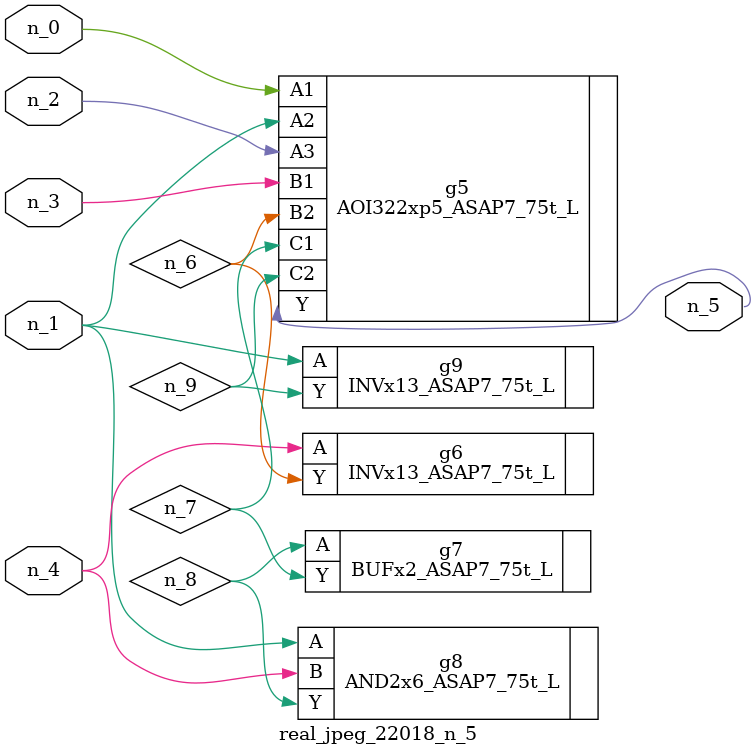
<source format=v>
module real_jpeg_22018_n_5 (n_4, n_0, n_1, n_2, n_3, n_5);

input n_4;
input n_0;
input n_1;
input n_2;
input n_3;

output n_5;

wire n_8;
wire n_6;
wire n_7;
wire n_9;

AOI322xp5_ASAP7_75t_L g5 ( 
.A1(n_0),
.A2(n_1),
.A3(n_2),
.B1(n_3),
.B2(n_6),
.C1(n_7),
.C2(n_9),
.Y(n_5)
);

AND2x6_ASAP7_75t_L g8 ( 
.A(n_1),
.B(n_4),
.Y(n_8)
);

INVx13_ASAP7_75t_L g9 ( 
.A(n_1),
.Y(n_9)
);

INVx13_ASAP7_75t_L g6 ( 
.A(n_4),
.Y(n_6)
);

BUFx2_ASAP7_75t_L g7 ( 
.A(n_8),
.Y(n_7)
);


endmodule
</source>
